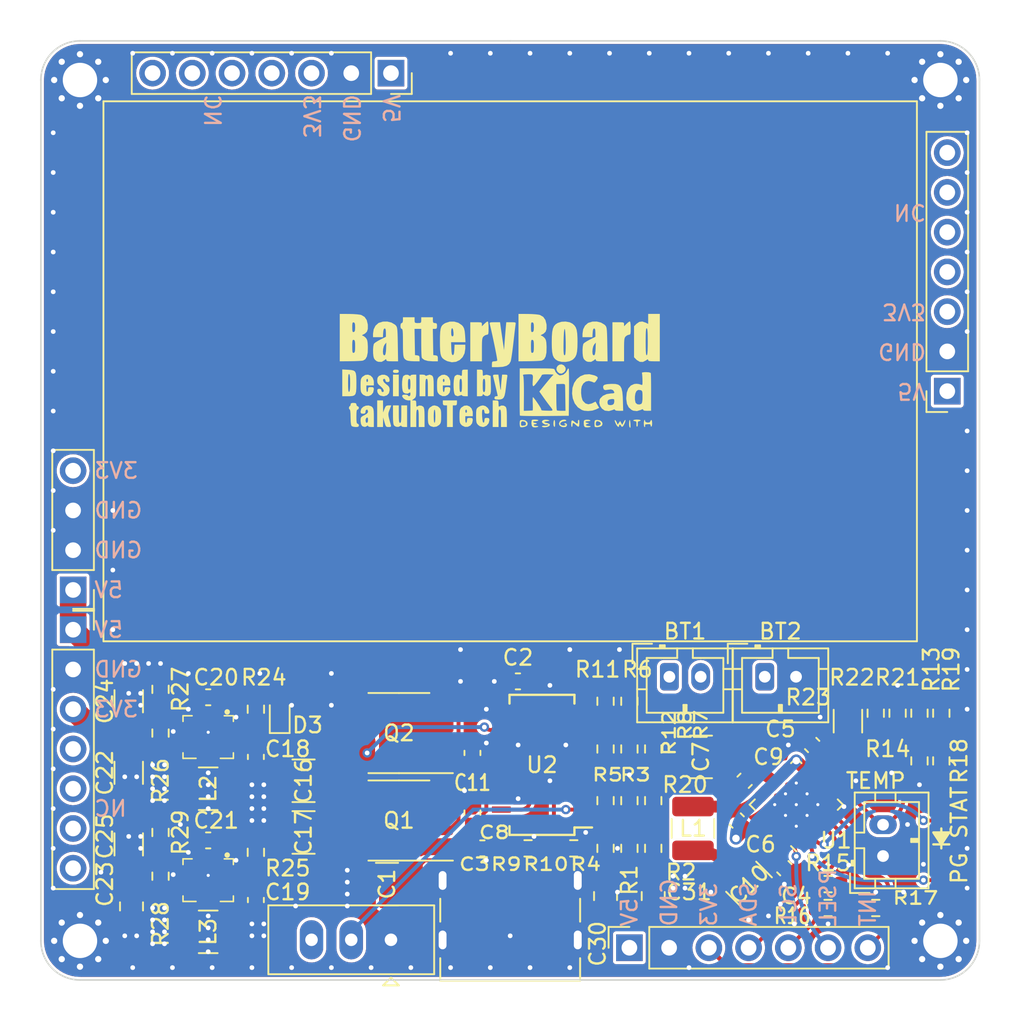
<source format=kicad_pcb>
(kicad_pcb (version 20211014) (generator pcbnew)
  (layers (0 "F.Cu" signal) (1 "In1.Cu" signal) (2 "In2.Cu" signal) (31 "B.Cu" signal) (34 "B.Paste" user) (35 "F.Paste" user) (36 "B.SilkS" user "B.Silkscreen") (37 "F.SilkS" user "F.Silkscreen") (38 "B.Mask" user) (39 "F.Mask" user) (44 "Edge.Cuts" user))
  (net 0 "")
  (net 1 "VBUS")
  (net 2 "GND")
  (net 3 "+5VREF")
  (net 4 "Net-(C6-Pad1)")
  (net 5 "SW")
  (net 6 "+BATT")
  (net 7 "/VS1")
  (net 8 "PMID")
  (net 9 "+5V")
  (net 10 "+3.3V")
  (net 11 "Net-(D1-Pad1)")
  (net 12 "Net-(D1-Pad2)")
  (net 13 "Net-(D2-Pad1)")
  (net 14 "Net-(D2-Pad2)")
  (net 15 "SDA")
  (net 16 "SCL")
  (net 17 "INT")
  (net 18 "PSEL")
  (net 19 "Net-(C9-Pad1)")
  (net 20 "/VS2")
  (net 21 "VDD")
  (net 22 "Net-(C20-Pad1)")
  (net 23 "TS")
  (net 28 "Net-(C21-Pad1)")
  (net 29 "Net-(BT1-Pad2)")
  (net 30 "MID")
  (net 31 "CBSET")
  (net 32 "CD")
  (net 33 "Net-(J1-PadA5)")
  (net 34 "Net-(J1-PadB5)")
  (net 43 "Net-(L2-Pad1)")
  (net 44 "Net-(L2-Pad2)")
  (net 45 "Net-(L3-Pad1)")
  (net 46 "Net-(L3-Pad2)")
  (net 47 "/G1")
  (net 48 "/G2")
  (net 49 "Net-(R1-Pad2)")
  (net 50 "Net-(R2-Pad2)")
  (net 51 "/UV1")
  (net 52 "/OV1")
  (net 53 "Net-(R11-Pad2)")
  (net 54 "Net-(R12-Pad2)")
  (net 55 "/UV2")
  (net 56 "/OV2")
  (net 57 "Net-(R20-Pad1)")
  (net 58 "Net-(R21-Pad2)")
  (net 59 "Net-(R24-Pad1)")
  (net 60 "Net-(R25-Pad1)")
  (net 61 "Net-(R26-Pad1)")
  (net 62 "Net-(R28-Pad1)")
  (net 65 "Net-(SW1-Pad2)")
  (net 66 "/VBUS_VALID")
  (net 67 "/VBAT_VALID")
  (footprint "Capacitor_SMD:C_0805_2012Metric" (layer "F.Cu") (at 125.7938 125.2984 -90)
    (fp_text reference "C23")
    (fp_text value "10μF35V X5R 2012")
  )
  (footprint "Resistor_SMD:R_0603_1608Metric" (layer "F.Cu") (at 127.648 123.368 -90)
    (fp_text reference "R28")
    (fp_text value "470k")
  )
  (footprint "Capacitor_SMD:C_0603_1608Metric" (layer "F.Cu") (at 133.744 124.892 -90)
    (fp_text reference "C19")
    (fp_text value "1u")
  )
  (footprint "Resistor_SMD:R_0603_1608Metric" (layer "F.Cu") (at 156.096 112.192 -90)
    (fp_text reference "R11")
    (fp_text value "R_Small")
  )
  (footprint "Capacitor_SMD:C_0603_1608Metric" (layer "F.Cu") (at 164.986 117.272 -135)
    (fp_text reference "C9")
    (fp_text value "47p")
  )
  (footprint "Capacitor_SMD:C_0805_2012Metric" (layer "F.Cu") (at 156.096 124.638 90)
    (fp_text reference "C30")
    (fp_text value "4.7μF50V X7S 2012")
  )
  (footprint "Resistor_SMD:R_0603_1608Metric" (layer "F.Cu") (at 127.648 120.574 -90)
    (fp_text reference "R29")
    (fp_text value "150k")
  )
  (footprint "Capacitor_SMD:C_1210_3225Metric" (layer "F.Cu") (at 136.792 117.272 180)
    (fp_text reference "C16")
    (fp_text value "47μF16V X6S 3225")
  )
  (footprint "Resistor_SMD:R_0603_1608Metric" (layer "F.Cu") (at 157.62 118.542 90)
    (fp_text reference "R3")
    (fp_text value "R_Small")
  )
  (footprint "Capacitor_SMD:C_0603_1608Metric" (layer "F.Cu") (at 148.222 121.59)
    (fp_text reference "C3")
    (fp_text value "0.1u")
  )
  (footprint "Resistor_SMD:R_0603_1608Metric" (layer "F.Cu") (at 154.064 121.59)
    (fp_text reference "R10")
    (fp_text value "5.1k")
  )
  (footprint "Package_SO:SOIC-8_3.9x4.9mm_P1.27mm" (layer "F.Cu") (at 142.888 114.224 180)
    (fp_text reference "Q2")
    (fp_text value "FDS4935A")
  )
  (footprint "Resistor_SMD:R_0603_1608Metric" (layer "F.Cu") (at 157.62 115.24 -90)
    (fp_text reference "R8")
    (fp_text value "R_Small")
  )
  (footprint "Capacitor_SMD:C_1210_3225Metric" (layer "F.Cu") (at 165.266983 123.902983 -45)
    (fp_text reference "C10")
    (fp_text value "10μF100V X7S 3225")
  )
  (footprint "Button_Switch_THT_extlib:NKK_SS-12SDP2" (layer "F.Cu") (at 139.84 127.432 180)
    (fp_text reference "SW1" hide)
    (fp_text value "SW_SPDT")
  )
  (footprint "Connector_JST:JST_PH_B2B-PH-K_1x02_P2.00mm_Vertical" (layer "F.Cu") (at 166.272 110.626)
    (fp_text reference "BT2")
    (fp_text value "BATT")
  )
  (footprint "Connector_PinSocket_2.54mm:PinSocket_1x07_P2.54mm_Vertical" (layer "F.Cu") (at 122.06 107.62)
    (fp_text reference "J5" hide)
    (fp_text value "Conn_01x07")
  )
  (footprint "Kicad_Akiyuki_Footprint:CUI_UJC-HP-3-SMT-TR" (layer "F.Cu") (at 150 123.641)
    (fp_text reference "J1" hide)
    (fp_text value "USB_C_Receptacle_USB2.0")
  )
  (footprint "Resistor_SMD:R_0603_1608Metric" (layer "F.Cu") (at 173.368 125.4 180)
    (fp_text reference "R17")
    (fp_text value "4.7k")
  )
  (footprint "Battery_extlib:DTP673450(PHR)" (layer "F.Cu") (at 150 91.11)
    (fp_text reference "REF**" hide)
    (fp_text value "DTP673450(PHR)")
  )
  (footprint "Capacitor_SMD:C_0603_1608Metric" (layer "F.Cu") (at 169.304 114.986 135)
    (fp_text reference "C5")
    (fp_text value "4.7u")
  )
  (footprint "MountingHole:MountingHole_2.2mm_M2_Pad_Via" (layer "F.Cu") (at 177.5 127.5)
    (fp_text reference "H4" hide)
    (fp_text value "MH")
  )
  (footprint "Resistor_SMD:R_0603_1608Metric" (layer "F.Cu") (at 159.144 121.59 90)
    (fp_text reference "R2")
    (fp_text value "R_Small")
  )
  (footprint "Capacitor_SMD:C_1206_3216Metric" (layer "F.Cu") (at 125.616 116.764 -90)
    (fp_text reference "C22")
    (fp_text value "100μF10V X5R 3216")
  )
  (footprint "Resistor_SMD:R_0603_1608Metric" (layer "F.Cu") (at 173.368 112.954 -90)
    (fp_text reference "R22")
    (fp_text value "330")
  )
  (footprint "Resistor_SMD:R_1206_3216Metric" (layer "F.Cu") (at 171.59 113.462 -90)
    (fp_text reference "R23")
    (fp_text value "10(3216)")
  )
  (footprint "LED_SMD:LED_0603_1608Metric" (layer "F.Cu") (at 177.559 122.86 90)
    (fp_text reference "D2" hide)
    (fp_text value "PWRGOOD")
  )
  (footprint "Resistor_SMD:R_0603_1608Metric" (layer "F.Cu") (at 159.144 118.542 90)
    (fp_text reference "R20")
    (fp_text value "240k")
  )
  (footprint "Capacitor_SMD:C_1206_3216Metric" (layer "F.Cu") (at 125.616 121.336 90)
    (fp_text reference "C25")
    (fp_text value "220μF4V X6S 3216")
  )
  (footprint "Module_SparkFun_Buck-Boost:VQFN-15-HR(3X2.5)" (layer "F.Cu") (at 130.696 123.622 -90)
    (fp_text reference "U4" hide)
    (fp_text value "TPS63070")
  )
  (footprint "Capacitor_SMD:C_0603_1608Metric" (layer "F.Cu") (at 133.744 115.748 -90)
    (fp_text reference "C18")
    (fp_text value "1u")
  )
  (footprint "Inductor_SMD:L_1210_3225Metric" (layer "F.Cu") (at 161.684 120.32 -90)
    (fp_text reference "L1")
    (fp_text value "1uH")
  )
  (footprint "Resistor_SMD:R_0603_1608Metric" (layer "F.Cu") (at 174.765 112.954 -90)
    (fp_text reference "R21")
    (fp_text value "374")
  )
  (footprint "Capacitor_SMD:C_1210_3225Metric" (layer "F.Cu") (at 142.126 123.876 180)
    (fp_text reference "C1")
    (fp_text value "10μF100V X7S 3225")
  )
  (footprint "Resistor_SMD:R_0603_1608Metric" (layer "F.Cu") (at 156.096 118.542 -90)
    (fp_text reference "R5")
    (fp_text value "R_Small")
  )
  (footprint "Resistor_SMD:R_0603_1608Metric" (layer "F.Cu") (at 157.62 112.192 -90)
    (fp_text reference "R6")
    (fp_text value "R_Small")
  )
  (footprint "Resistor_SMD:R_0603_1608Metric" (layer "F.Cu") (at 177.559 116.002 90)
    (fp_text reference "R18")
    (fp_text value "1k")
  )
  (footprint "Connector_JST:JST_PH_B2B-PH-K_1x02_P2.00mm_Vertical" (layer "F.Cu") (at 160.176 110.626)
    (fp_text reference "BT1")
    (fp_text value "BATT")
  )
  (footprint "Resistor_SMD:R_0603_1608Metric" (layer "F.Cu") (at 157.62 121.59 90)
    (fp_text reference "R1")
    (fp_text value "R_Small")
  )
  (footprint "Connector_PinSocket_2.54mm:PinSocket_1x07_P2.54mm_Vertical" (layer "F.Cu") (at 142.38 72.06 -90)
    (fp_text reference "J4" hide)
    (fp_text value "Conn_01x07")
  )
  (footprint "Resistor_SMD:R_0603_1608Metric" (layer "F.Cu") (at 177.559 112.954 -90)
    (fp_text reference "R19")
    (fp_text value "1k")
  )
  (footprint "LED_SMD:LED_0603_1608Metric" (layer "F.Cu") (at 177.559 119.05 90)
    (fp_text reference "D1" hide)
    (fp_text value "STAT")
  )
  (footprint "Resistor_SMD:R_0603_1608Metric" (layer "F.Cu") (at 176.162 112.954 90)
    (fp_text reference "R13")
    (fp_text value "5.11k")
  )
  (footprint "Connector_JST:JST_PH_B2B-PH-K_1x02_P2.00mm_Vertical" (layer "F.Cu") (at 173.834 122.082 90)
    (fp_text reference "J2" hide)
    (fp_text value "Thermistor")
  )
  (footprint "Connector_PinHeader_2.54mm:PinHeader_1x04_P2.54mm_Vertical" (layer "F.Cu") (at 122.06 105.08 180)
    (fp_text reference "J7" hide)
    (fp_text value "Power")
  )
  (footprint "Connector_PinSocket_2.54mm:PinSocket_1x07_P2.54mm_Vertical" (layer "F.Cu") (at 177.94 92.38 180)
    (fp_text reference "J6" hide)
    (fp_text value "Conn_01x07")
  )
  (footprint "Package_SO:SOIC-8_3.9x4.9mm_P1.27mm" (layer "F.Cu") (at 142.888 119.812 180)
    (fp_text reference "Q1")
    (fp_text value "FDS4935A")
  )
  (footprint "Connector_PinSocket_2.54mm:PinSocket_1x07_P2.54mm_Vertical" (layer "F.Cu") (at 157.62 127.94 90)
    (fp_text reference "J3" hide)
    (fp_text value "Conn_01x07")
  )
  (footprint "Resistor_SMD:R_0603_1608Metric" (layer "F.Cu") (at 127.648 114.224 -90)
    (fp_text reference "R26")
    (fp_text value "680k")
  )
  (footprint "MountingHole:MountingHole_2.2mm_M2_Pad_Via" (layer "F.Cu") (at 122.5 127.5)
    (fp_text reference "H3" hide)
    (fp_text value "MH")
  )
  (footprint "Inductor_SMD:L_1210_3225Metric" (layer "F.Cu") (at 130.696 117.78 180)
    (fp_text reference "L2")
    (fp_text value "1uH")
  )
  (footprint "LOGO:Logo_BatteryBoard" (layer "F.Cu") (at 150 91.11)
    (fp_text reference "G***" hide)
    (fp_text value "LOGO" hide)
  )
  (footprint "Capacitor_SMD:C_0603_1608Metric" (layer "F.Cu") (at 164.478 119.812 135)
    (fp_text reference "C6")
    (fp_text value "0.047u")
  )
  (footprint "Resistor_SMD:R_0603_1608Metric" (layer "F.Cu") (at 156.096 115.24 90)
    (fp_text reference "R12")
    (fp_text value "R_Small")
  )
  (footprint "Diode_SMD_extlib:ESDA13P70-1U1M" (layer "F.Cu") (at 135.268 113.081 90)
    (fp_text reference "D3")
    (fp_text value "ESDA13P70-1U1M")
  )
  (footprint "Resistor_SMD:R_0603_1608Metric" (layer "F.Cu") (at 170.32 125.4)
    (fp_text reference "R16")
    (fp_text value "4.7k")
  )
  (footprint "Capacitor_SMD:C_1210_3225Metric" (layer "F.Cu") (at 136.792 120.574 180)
    (fp_text reference "C17")
    (fp_text value "47μF16V X6S 3225")
  )
  (footprint "Inductor_SMD:L_1210_3225Metric" (layer "F.Cu") (at 130.696 126.924 180)
    (fp_text reference "L3")
    (fp_text value "1uH")
  )
  (footprint "Capacitor_SMD:C_0603_1608Metric" (layer "F.Cu") (at 150.495 110.922 180)
    (fp_text reference "C2")
    (fp_text value "0.1u")
  )
  (footprint "MountingHole:MountingHole_2.2mm_M2_Pad_Via" (layer "F.Cu") (at 122.5 72.5)
    (fp_text reference "H2" hide)
    (fp_text value "MH")
  )
  (footprint "Capacitor_SMD:C_1206_3216Metric" (layer "F.Cu") (at 125.616 112.192 90)
    (fp_text reference "C24")
    (fp_text value "100μF10V X5R 3216")
  )
  (footprint "Package_DFN_QFN:VQFN-24-1EP_4x4mm_P0.5mm_EP2.45x2.45mm_ThermalVias" (layer "F.Cu") (at 168.288 118.796 135)
    (fp_text reference "U1")
    (fp_text value "BQ25887RGER")
  )
  (footprint "Capacitor_SMD:C_0603_1608Metric" (layer "F.Cu") (at 147.587 115.494 90)
    (fp_text reference "C11")
    (fp_text value "0.1u")
  )
  (footprint "Capacitor_SMD:C_0805_2012Metric" (layer "F.Cu") (at 159.144 124.638 90)
    (fp_text reference "C31")
    (fp_text value "4.7μF50V X7S 2012")
  )
  (footprint "Module_SparkFun_Buck-Boost:VQFN-15-HR(3X2.5)" (layer "F.Cu") (at 130.696 114.478 -90)
    (fp_text reference "U3" hide)
    (fp_text value "TPS63070")
  )
  (footprint "Resistor_SMD:R_0603_1608Metric" (layer "F.Cu") (at 170.32 123.876)
    (fp_text reference "R15")
    (fp_text value "4.7k")
  )
  (footprint "Resistor_SMD:R_0603_1608Metric" (layer "F.Cu") (at 156.096 121.59 90)
    (fp_text reference "R4")
    (fp_text value "R_Small")
  )
  (footprint "Capacitor_SMD:C_1210_3225Metric" (layer "F.Cu") (at 162.192 115.748 180)
    (fp_text reference "C7")
    (fp_text value "10μF100V X7S 3225")
  )
  (footprint "Resistor_SMD:R_0603_1608Metric" (layer "F.Cu") (at 133.744 121.844 -90)
    (fp_text reference "R25")
    (fp_text value "10k")
  )
  (footprint "Capacitor_SMD:C_0603_1608Metric" (layer "F.Cu") (at 167.526 122.86 -45)
    (fp_text reference "C4")
    (fp_text value "1u")
  )
  (footprint "Capacitor_SMD:C_0603_1608Metric" (layer "F.Cu") (at 130.696 111.938 180)
    (fp_text reference "C20")
    (fp_text value "0.1u")
  )
  (footprint "MountingHole:MountingHole_2.2mm_M2_Pad_Via" (layer "F.Cu") (at 177.5 72.5)
    (fp_text reference "H1" hide)
    (fp_text value "MH")
  )
  (footprint "Resistor_SMD:R_0603_1608Metric" (layer "F.Cu") (at 151.143 121.59)
    (fp_text reference "R9")
    (fp_text value "5.1k")
  )
  (footprint "Resistor_SMD:R_0603_1608Metric" (layer "F.Cu") (at 133.744 112.7 -90)
    (fp_text reference "R24")
    (fp_text value "10k")
  )
  (footprint "Capacitor_SMD:C_0603_1608Metric" (layer "F.Cu") (at 130.696 121.082 180)
    (fp_text reference "C21")
    (fp_text value "0.1u")
  )
  (footprint "Capacitor_SMD:C_0603_1608Metric" (layer "F.Cu") (at 147.587 119.304 90)
    (fp_text reference "C8")
    (fp_text value "0.1u")
  )
  (footprint "Resistor_SMD:R_0603_1608Metric" (layer "F.Cu") (at 176.162 116.002 90)
    (fp_text reference "R14")
    (fp_text value "30k")
  )
  (footprint "Package_SO:SSOP-24_3.9x8.7mm_P0.635mm" (layer "F.Cu") (at 152.032 116.256 180)
    (fp_text reference "U2")
    (fp_text value "LTC4417CGN")
  )
  (footprint "Resistor_SMD:R_0603_1608Metric" (layer "F.Cu") (at 159.144 115.24 -90)
    (fp_text reference "R7")
    (fp_text value "R_Small")
  )
  (footprint "Resistor_SMD:R_0603_1608Metric" (layer "F.Cu") (at 127.648 111.43 -90)
    (fp_text reference "R27")
    (fp_text value "130k")
  )
  (gr_poly (pts (xy 177.559 121.336) (xy 177.051 120.574) (xy 178.067 120.574)) (layer "F.SilkS") (width 0.15) (fill solid))
  (gr_line (start 177.051 121.336) (end 178.067 121.336) (layer "F.SilkS") (width 0.15))
  (gr_line (start 177.559 120.32) (end 177.559 121.59) (layer "F.SilkS") (width 0.15))
  (gr_arc (start 122.5 130) (mid 120.732233 129.267767) (end 120 127.5) (layer "Edge.Cuts") (width 0.1))
  (gr_line (start 150 70) (end 122.5 70) (layer "Edge.Cuts") (width 0.1))
  (gr_arc (start 120 72.5) (mid 120.732233 70.732233) (end 122.5 70) (layer "Edge.Cuts") (width 0.1))
  (gr_arc (start 180 127.5) (mid 179.267767 129.267767) (end 177.5 130) (layer "Edge.Cuts") (width 0.1))
  (gr_line (start 122.5 130) (end 177.5 130) (layer "Edge.Cuts") (width 0.1))
  (gr_line (start 120 72.5) (end 120 127.5) (layer "Edge.Cuts") (width 0.1))
  (gr_arc (start 177.5 70) (mid 179.267767 70.732233) (end 180 72.5) (layer "Edge.Cuts") (width 0.1))
  (gr_line (start 180 127.5) (end 180 72.5) (layer "Edge.Cuts") (width 0.1))
  (gr_line (start 150 70) (end 177.5 70) (layer "Edge.Cuts") (width 0.1))
  (gr_text "INT" (at 172.86 126.67 90) (layer "B.SilkS") (effects (font (size 1 1)) (justify right mirror)))
  (gr_text "5V" (at 157.62 126.67 90) (layer "B.SilkS") (effects (font (size 1 1)) (justify right mirror)))
  (gr_text "GND" (at 123.33 110.16) (layer "B.SilkS") (effects (font (size 1 1)) (justify right mirror)))
  (gr_text "5V" (at 123.33 107.62) (layer "B.SilkS") (effects (font (size 1 1)) (justify right mirror)))
  (gr_text "GND" (at 176.67 89.84 180) (layer "B.SilkS") (effects (font (size 1 1)) (justify right mirror)))
  (gr_text "SDA" (at 165.24 126.67 90) (layer "B.SilkS") (effects (font (size 1 1)) (justify right mirror)))
  (gr_text "5V" (at 142.38 73.33 270) (layer "B.SilkS") (effects (font (size 1 1)) (justify right mirror)))
  (gr_text "PSEL" (at 170.32 126.67 90) (layer "B.SilkS") (effects (font (size 1 1)) (justify right mirror)))
  (gr_text "3V3" (at 123.33 97.46) (layer "B.SilkS") (effects (font (size 1 1)) (justify right mirror)))
  (gr_text "5V" (at 176.67 92.38 180) (layer "B.SilkS") (effects (font (size 1 1)) (justify right mirror)))
  (gr_text "3V3" (at 137.3 73.33 270) (layer "B.SilkS") (effects (font (size 1 1)) (justify right mirror)))
  (gr_text "3V3" (at 176.67 87.3 180) (layer "B.SilkS") (effects (font (size 1 1)) (justify right mirror)))
  (gr_text "GND" (at 123.33 100) (layer "B.SilkS") (effects (font (size 1 1)) (justify right mirror)))
  (gr_text "3V3" (at 162.7 126.67 90) (layer "B.SilkS") (effects (font (size 1 1)) (justify right mirror)))
  (gr_text "3V3" (at 123.33 112.7) (layer "B.SilkS") (effects (font (size 1 1)) (justify right mirror)))
  (gr_text "NC" (at 123.33 119.05) (layer "B.SilkS") (effects (font (size 1 1)) (justify right mirror)))
  (gr_text "NC" (at 130.95 73.33 270) (layer "B.SilkS") (effects (font (size 1 1)) (justify right mirror)))
  (gr_text "5V" (at 123.33 105.08) (layer "B.SilkS") (effects (font (size 1 1)) (justify right mirror)))
  (gr_text "SCL" (at 167.78 126.67 90) (layer "B.SilkS") (effects (font (size 1 1)) (justify right mirror)))
  (gr_text "NC" (at 176.67 80.95 180) (layer "B.SilkS") (effects (font (size 1 1)) (justify right mirror)))
  (gr_text "GND" (at 139.84 73.33 270) (layer "B.SilkS") (effects (font (size 1 1)) (justify right mirror)))
  (gr_text "GND" (at 123.33 102.54) (layer "B.SilkS") (effects (font (size 1 1)) (justify right mirror)))
  (gr_text "GND" (at 160.16 126.67 90) (layer "B.SilkS") (effects (font (size 1 1)) (justify right mirror)))
  (gr_text "PG" (at 178.702 122.86 90) (layer "F.SilkS") (effects (font (size 1 1))))
  (gr_text "STAT" (at 178.702 119.304 90) (layer "F.SilkS") (effects (font (size 1 1))))
  (gr_text "TEMP" (at 173.368 117.272) (layer "F.SilkS") (effects (font (size 1 1))))
  (segment (start 144.6 125.588) (end 156.096 125.588) (width 1.5) (layer "F.Cu") (net 1))
  (segment (start 166.977992 122.311992) (end 166.977992 121.166668) (width 0.35) (layer "F.Cu") (net 1))
  (segment (start 148.48 123.641) (end 148.48 125.588) (width 0.8) (layer "F.Cu") (net 1))
  (segment (start 147.447 121.603) (end 146.698 122.352) (width 0.25) (layer "F.Cu") (net 1))
  (segment (start 147.46 121.59) (end 148.476 120.574) (width 0.25) (layer "F.Cu") (net 1))
  (segment (start 166.977992 122.311992) (end 163.701984 125.588) (width 1) (layer "F.Cu") (net 1))
  (segment (start 143.601 123.876) (end 143.601 124.589) (width 1.5) (layer "F.Cu") (net 1))
  (segment (start 148.476 120.574) (end 149.111 120.574) (width 0.25) (layer "F.Cu") (net 1))
  (segment (start 147.447 121.59) (end 147.46 121.59) (width 0.25) (layer "F.Cu") (net 1))
  (segment (start 146.698 122.352) (end 144.539 122.352) (width 0.25) (layer "F.Cu") (net 1))
  (segment (start 143.601 124.589) (end 144.6 125.588) (width 1.5) (layer "F.Cu") (net 1))
  (segment (start 149.432 120.253) (end 149.432 119.7485) (width 0.25) (layer "F.Cu") (net 1))
  (segment (start 166.977992 121.166668) (end 167.572625 120.572035) (width 0.35) (layer "F.Cu") (net 1))
  (segment (start 144.539 122.352) (end 143.601 123.29) (width 0.25) (layer "F.Cu") (net 1))
  (segment (start 157.432 125.588) (end 156.096 125.588) (width 1) (layer "F.Cu") (net 1))
  (segment (start 163.701984 125.588) (end 157.432 125.588) (width 1) (layer "F.Cu") (net 1))
  (segment (start 143.601 123.29) (end 143.601 123.876) (width 0.25) (layer "F.Cu") (net 1))
  (segment (start 147.447 121.59) (end 147.447 121.603) (width 0.25) (layer "F.Cu") (net 1))
  (segment (start 149.111 120.574) (end 149.432 120.253) (width 0.25) (layer "F.Cu") (net 1))
  (segment (start 151.52 123.641) (end 151.52 125.588) (width 0.8) (layer "F.Cu") (net 1))
  (segment (start 157.62 122.415) (end 157.62 125.588) (width 0.25) (layer "F.Cu") (net 1))
  (segment (start 130.696 124.222) (end 130.696 125.908) (width 0.35) (layer "F.Cu") (net 2))
  (segment (start 130.696 115.078) (end 130.696 116.764) (width 0.35) (layer "F.Cu") (net 2))
  (via (at 146.19 129.21) (size 0.6) (drill 0.3) (layers "F.Cu" "B.Cu") (net 2))
  (via (at 127.14 126.924) (size 0.6) (drill 0.3) (layers "F.Cu" "B.Cu") (net 2))
  (via (at 148.476 114.859) (size 0.6) (drill 0.3) (layers "F.Cu" "B.Cu") (net 2))
  (via (at 139.586 125.273) (size 0.6) (drill 0.3) (layers "F.Cu" "B.Cu") (net 2))
  (via (at 176.162 117.526) (size 0.6) (drill 0.3) (layers "F.Cu" "B.Cu") (net 2))
  (via (at 134.252 118.288) (size 0.6) (drill 0.3) (layers "F.Cu" "B.Cu") (net 2))
  (via (at 126.378 112.446) (size 0.6) (drill 0.3) (layers "F.Cu" "B.Cu") (net 2))
  (via (at 125.87 70.79) (size 0.6) (drill 0.3) (layers "F.Cu" "B.Cu") (net 2))
  (via (at 167.526 123.876) (size 0.6) (drill 0.3) (layers "F.Cu" "B.Cu") (net 2))
  (via (at 124.6 107.62) (size 0.6) (drill 0.3) (layers "F.Cu" "B.Cu") (net 2))
  (via (at 174.13 70.79) (size 0.6) (drill 0.3) (layers "F.Cu" "B.Cu") (net 2))
  (via (at 120.79 78.41) (size 0.6) (drill 0.3) (layers "F.Cu" "B.Cu") (net 2))
  (via (at 126.124 117.018) (size 0.6) (drill 0.3) (layers "F.Cu" "B.Cu") (net 2))
  (via (at 179.21 112.7) (size 0.6) (drill 0.3) (layers "F.Cu" "B.Cu") (net 2))
  (via (at 152.54 117.272) (size 0.6) (drill 0.3) (layers "F.Cu" "B.Cu") (net 2))
  (via (at 130.696 118.288) (size 0.6) (drill 0.3) (layers "F.Cu" "B.Cu") (net 2))
  (via (at 127.902 127.686) (size 0.6) (drill 0.3) (layers "F.Cu" "B.Cu") (net 2))
  (via (at 132.474 113.208) (size 0.6) (drill 0.3) (layers "F.Cu" "B.Cu") (net 2))
  (via (at 152.54 111.176) (size 0.6) (drill 0.3) (layers "F.Cu" "B.Cu") (net 2))
  (via (at 129.426 112.7) (size 0.6) (drill 0.3) (layers "F.Cu" "B.Cu") (net 2))
  (via (at 125.362 117.018) (size 0.6) (drill 0.3) (layers "F.Cu" "B.Cu") (net 2))
  (via (at 129.426 110.414) (size 0.6) (drill 0.3) (layers "F.Cu" "B.Cu") (net 2))
  (via (at 153.81 129.21) (size 0.6) (drill 0.3) (layers "F.Cu" "B.Cu") (net 2))
  (via (at 151.524 120.828) (size 0.6) (drill 0.3) (layers "F.Cu" "B.Cu") (net 2))
  (via (at 127.902 116.256) (size 0.6) (drill 0.3) (layers "F.Cu" "B.Cu") (net 2))
  (via (at 156.985 108.89) (size 0.6) (drill 0.3) (layers "F.Cu" "B.Cu") (net 2))
  (via (at 127.902 126.924) (size 0.6) (drill 0.3) (layers "F.Cu" "B.Cu") (net 2))
  (via (at 157.62 116.891) (size 0.6) (drill 0.3) (layers "F.Cu" "B.Cu") (net 2))
  (via (at 138.57 110.414) (size 0.6) (drill 0.3) (layers "F.Cu" "B.Cu") (net 2))
  (via (at 143.65 129.21) (size 0.6) (drill 0.3) (layers "F.Cu" "B.Cu") (net 2))
  (via (at 127.14 116.256) (size 0.6) (drill 0.3) (layers "F.Cu" "B.Cu") (net 2))
  (via (at 120.79 88.57) (size 0.6) (drill 0.3) (layers "F.Cu" "B.Cu") (net 2))
  (via (at 130.696 128.194) (size 0.6) (drill 0.3) (layers "F.Cu" "B.Cu") (net 2))
  (via (at 134.252 119.05) (size 0.6) (drill 0.3) (layers "F.Cu" "B.Cu") (net 2))
  (via (at 130.696 117.526) (size 0.6) (drill 0.3) (layers "F.Cu" "B.Cu") (net 2))
  (via (at 165.24 126.162) (size 0.6) (drill 0.3) (layers "F.Cu" "B.Cu") (net 2))
  (via (at 134.252 127.178) (size 0.6) (drill 0.3) (layers "F.Cu" "B.Cu") (net 2))
  (via (at 147.079 117.907) (size 0.6) (drill 0.3) (layers "F.Cu" "B.Cu") (net 2))
  (via (at 170.32 126.416) (size 0.6) (drill 0.3) (layers "F.Cu" "B.Cu") (net 2))
  (via (at 126.378 121.59) (size 0.6) (drill 0.3) (layers "F.Cu" "B.Cu") (net 2))
  (via (at 148.476 112.7) (size 0.6) (drill 0.3) (layers "F.Cu" "B.Cu") (net 2))
  (via (at 179.21 78.41) (size 0.6) (drill 0.3) (layers "F.Cu" "B.Cu") (net 2))
  (via (at 167.78 114.986) (size 0.6) (drill 0.3) (layers "F.Cu" "B.Cu") (net 2))
  (via (at 127.14 127.686) (size 0.6) (drill 0.3) (layers "F.Cu" "B.Cu") (net 2))
  (via (at 179.21 88.57) (size 0.6) (drill 0.3) (layers "F.Cu" "B.Cu") (net 2))
  (via (at 127.14 126.162) (size 0.6) (drill 0.3) (layers "F.Cu" "B.Cu") (net 2))
  (via (at 127.902 126.162) (size 0.6) (drill 0.3) (layers "F.Cu" "B.Cu") (net 2))
  (via (at 176.416 122.606) (size 0.6) (drill 0.3) (layers "F.Cu" "B.Cu") (net 2))
  (via (at 153.556 114.986) (size 0.6) (drill 0.3) (layers "F.Cu" "B.Cu") (net 2))
  (via (at 160.414 123.368) (size 0.6) (drill 0.3) (layers "F.Cu" "B.Cu") (net 2))
  (via (at 163.97 70.79) (size 0.6) (drill 0.3) (layers "F.Cu" "B.Cu") (net 2))
  (via (at 125.362 109.779) (size 0.6) (drill 0.3) (layers "F.Cu" "B.Cu") (net 2))
  (via (at 120.79 116.51) (size 0.6) (drill 0.3) (layers "F.Cu" "B.Cu") (net 2))
  (via (at 150.508 114.986) (size 0.6) (drill 0.3) (layers "F.Cu" "B.Cu") (net 2))
  (via (at 127.902 118.542) (size 0.6) (drill 0.3) (layers "F.Cu" "B.Cu") (net 2))
  (via (at 125.87 129.21) (size 0.6) (drill 0.3) (layers "F.Cu" "B.Cu") (net 2))
  (via (at 136.284 125.273) (size 0.6) (drill 0.3) (layers "F.Cu" "B.Cu") (net 2))
  (via (at 179.21 97.46) (size 0.6) (drill 0.3) (layers "F.Cu" "B.Cu") (net 2))
  (via (at 166.51 125.908) (size 0.6) (drill 0.3) (layers "F.Cu" "B.Cu") (net 2))
  (via (at 171.6408 122.6568) (size 0.6) (drill 0.3) (layers "F.Cu" "B.Cu") (net 2))
  (via (at 126.886 109.779) (size 0.6) (drill 0.3) (layers "F.Cu" "B.Cu") (net 2))
  (via (at 179.21 110.16) (size 0.6) (drill 0.3) (layers "F.Cu" "B.Cu") (net 2))
  (via (at 136.03 112.446) (size 0.6) (drill 0.3) (layers "F.Cu" "B.Cu") (net 2))
  (via (at 125.616 120.828) (size 0.6) (drill 0.3) (layers "F.Cu" "B.Cu") (net 2))
  (via (at 139.586 124.511) (size 0.6) (drill 0.3) (layers "F.Cu" "B.Cu") (net 2))
  (via (at 148.984 110.922) (size 0.6) (drill 0.3) (layers "F.Cu" "B.Cu") (net 2))
  (via (at 148.73 129.21) (size 0.6) (drill 0.3) (layers "F.Cu" "B.Cu") (net 2))
  (via (at 120.79 83.49) (size 0.6) (drill 0.3) (layers "F.Cu" "B.Cu") (net 2))
  (via (at 169.812 113.208) (size 0.6) (drill 0.3) (layers "F.Cu" "B.Cu") (net 2))
  (via (at 161.43 129.21) (size 0.6) (drill 0.3) (layers "F.Cu" "B.Cu") (net 2))
  (via (at 124.6 103.81) (size 0.6) (drill 0.3) (layers "F.Cu" "B.Cu") (net 2))
  (via (at 134.252 126.416) (size 0.6) (drill 0.3) (layers "F.Cu" "B.Cu") (net 2))
  (via (at 146.825 108.89) (size 0.6) (drill 0.3) (layers "F.Cu" "B.Cu") (net 2))
  (via (at 120.79 75.87) (size 0.6) (drill 0.3) (layers "F.Cu" "B.Cu") (net 2))
  (via (at 126.378 120.828) (size 0.6) (drill 0.3) (layers "F.Cu" "B.Cu") (net 2))
  (via (at 120.79 101.27) (size 0.6) (drill 0.3) (layers "F.Cu" "B.Cu") (net 2))
  (via (at 173.368 124.384) (size 0.6) (drill 0.3) (layers "F.Cu" "B.Cu") (net 2))
  (via (at 130.95 129.21) (size 0.6) (drill 0.3) (layers "F.Cu" "B.Cu") (net 2))
  (via (at 120.79 96.19) (size 0.6) (drill 0.3) (layers "F.Cu" "B.Cu") (net 2))
  (via (at 128.4608 123.2664) (size 0.6) (drill 0.3) (layers "F.Cu" "B.Cu") (net 2))
  (via (at 153.81 108.89) (size 0.6) (drill 0.3) (layers "F.Cu" "B.Cu") (net 2))
  (via (at 123.838 123.114) (size 0.6) (drill 0.3) (layers "F.Cu" "B.Cu") (net 2))
  (via (at 179.21 94.92) (size 0.6) (drill 0.3) (layers "F.Cu" "B.Cu") (net 2))
  (via (at 169.05 70.79) (size 0.6) (drill 0.3) (layers "F.Cu" "B.Cu") (net 2))
  (via (at 150.508 118.415) (size 0.6) (drill 0.3) (layers "F.Cu" "B.Cu") (net 2))
  (via (at 151.27 129.21) (size 0.6) (drill 0.3) (layers "F.Cu" "B.Cu") (net 2))
  (via (at 179.21 102.54) (size 0.6) (drill 0.3) (layers "F.Cu" "B.Cu") (net 2))
  (via (at 138.57 129.21) (size 0.6) (drill 0.3) (layers "F.Cu" "B.Cu") (net 2))
  (via (at 130.95 70.79) (size 0.6) (drill 0.3) (layers "F.Cu" "B.Cu") (net 2))
  (via (at 126.124 127.178) (size 0.6) (drill 0.3) (layers "F.Cu" "B.Cu") (net 2))
  (via (at 130.696 119.05) (size 0.6) (drill 0.3) (layers "F.Cu" "B.Cu") (net 2))
  (via (at 172.098 117.272) (size 0.6) (drill 0.3) (layers "F.Cu" "B.Cu") (net 2))
  (via (at 120.79 124.13) (size 0.6) (drill 0.3) (layers "F.Cu" "B.Cu") (net 2))
  (via (at 161.43 70.79) (size 0.6) (drill 0.3) (layers "F.Cu" "B.Cu") (net 2))
  (via (at 156.858 121.59) (size 0.6) (drill 0.3) (layers "F.Cu" "B.Cu") (net 2))
  (via (at 130.696 123.3172) (size 0.5) (drill 0.2) (layers "F.Cu" "B.Cu") (net 2))
  (via (at 130.696 127.432) (size 0.6) (drill 0.3) (layers "F.Cu" "B.Cu") (net 2))
  (via (at 179.21 86.03) (size 0.6) (drill 0.3) (layers "F.Cu" "B.Cu") (net 2))
  (via (at 166.51 70.79) (size 0.6) (drill 0.3) (layers "F.Cu" "B.Cu") (net 2))
  (via (at 133.49 119.05) (size 0.6) (drill 0.3) (layers "F.Cu" "B.Cu") (net 2))
  (via (at 128.918 120.066) (size 0.6) (drill 0.3) (layers "F.Cu" "B.Cu") (net 2))
  (via (at 158.89 70.79) (size 0.6) (drill 0.3) (layers "F.Cu" "B.Cu") (net 2))
  (via (at 127.14 118.542) (size 0.6) (drill 0.3) (layers "F.Cu" "B.Cu") (net 2))
  (via (at 139.586 122.987) (size 0.6) (drill 0.3) (layers "F.Cu" "B.Cu") (net 2))
  (via (at 127.902 117.78) (size 0.6) (drill 0.3) (layers "F.Cu" "B.Cu") (net 2))
  (via (at 130.696 116.764) (size 0.6) (drill 0.3) (layers "F.Cu" "B.Cu") (net 2))
  (via (at 120.79 80.95) (size 0.6) (drill 0.3) (layers "F.Cu" "B.Cu") (net 2))
  (via (at 174.13 129.21) (size 0.6) (drill 0.3) (layers "F.Cu" "B.Cu") (net 2))
  (via (at 179.21 100) (size 0.6) (drill 0.3) (layers "F.Cu" "B.Cu") (net 2))
  (via (at 127.14 117.78) (size 0.6) (drill 0.3) (layers "F.Cu" "B.Cu") (net 2))
  (via (at 179.21 75.87) (size 0.6) (drill 0.3) (layers "F.Cu" "B.Cu") (net 2))
  (via (at 130.696 125.908) (size 0.6) (drill 0.3) (layers "F.Cu" "B.Cu") (net 2))
  (via (at 171.336 118.923) (size 0.6) (drill 0.3) (layers "F.Cu" "B.Cu") (net 2))
  (via (at 127.14 117.018) (size 0.6) (drill 0.3) (layers "F.Cu" "B.Cu") (net 2))
  (via (at 179.21 121.59) (size 0.6) (drill 0.3) (layers "F.Cu" "B.Cu") (net 2))
  (via (at 179.21 105.08) (size 0.6) (drill 0.3) (layers "F.Cu" "B.Cu") (net 2))
  (via (at 133.49 126.416) (size 0.6) (drill 0.3) (layers "F.Cu" "B.Cu") (net 2))
  (via (at 146.19 70.79) (size 0.6) (drill 0.3) (layers "F.Cu" "B.Cu") (net 2))
  (via (at 128.41 129.21) (size 0.6) (drill 0.3) (layers "F.Cu" "B.Cu") (net 2))
  (via (at 125.616 111.684) (size 0.6) (drill 0.3) (layers "F.Cu" "B.Cu") (net 2))
  (via (at 132.474 122.352) (size 0.6) (drill 0.3) (layers "F.Cu" "B.Cu") (net 2))
  (via (at 133.49 119.812) (size 0.6) (drill 0.3) (layers "F.Cu" "B.Cu") (net 2))
  (via (at 124.6 100) (size 0.6) (drill 0.3) (layers "F.Cu" "B.Cu") (net 2))
  (via (at 160.414 124.13) (size 0.6) (drill 0.3) (layers "F.Cu" "B.Cu") (net 2))
  (via (at 138.57 112.446) (size 0.6) (drill 0.3) (layers "F.Cu" "B.Cu") (net 2))
  (via (at 134.252 117.526) (size 0.6) (drill 0.3) (layers "F.Cu" "B.Cu") (net 2))
  (via (at 150 127.178) (size 0.6) (drill 0.3) (layers "F.Cu" "B.Cu") (net 2))
  (via (at 175.146 124.384) (size 0.6) (drill 0.3) (layers "F.Cu" "B.Cu") (net 2))
  (via (at 130.696 126.67) (size 0.6) (drill 0.3) (layers "F.Cu" "B.Cu") (net 2))
  (via (at 136.03 129.21) (size 0.6) (drill 0.3) (layers "F.Cu" "B.Cu") (net 2))
  (via (at 146.825 110.922) (size 0.6) (drill 0.3) (layers "F.Cu" "B.Cu") (net 2))
  (via (at 127.648 109.779) (size 0.6) (drill 0.3) (layers "F.Cu" "B.Cu") (net 2))
  (via (at 179.21 124.13) (size 0.6) (drill 0.3) (layers "F.Cu" "B.Cu") (net 2))
  (via (at 156.35 70.79) (size 0.6) (drill 0.3) (layers "F.Cu" "B.Cu") (net 2))
  (via (at 133.49 129.21) (size 0.6) (drill 0.3) (layers "F.Cu" "B.Cu") (net 2))
  (via (at 133.49 127.178) (size 0.6) (drill 0.3) (layers "F.Cu" "B.Cu") (net 2))
  (via (at 133.998 110.414) (size 0.6) (drill 0.3) (layers "F.Cu" "B.Cu") (net 2))
  (via (at 139.586 123.749) (size 0.6) (drill 0.3) (layers "F.Cu" "B.Cu") (net 2))
  (via (at 153.81 70.79) (size 0.6) (drill 0.3) (layers "F.Cu" "B.Cu") (net 2))
  (via (at 134.252 119.812) (size 0.6) (drill 0.3) (layers "F.Cu" "B.Cu") (net 2))
  (via (at 129.426 121.844) (size 0.6) (drill 0.3) (layers "F.Cu" "B.Cu") (net 2))
  (via (at 148.73 70.79) (size 0.6) (drill 0.3) (layers "F.Cu" "B.Cu") (net 2))
  (via (at 151.27 70.79) (size 0.6) (drill 0.3) (layers "F.Cu" "B.Cu") (net 2))
  (via (at 120.79 98.73) (size 0.6) (drill 0.3) (layers "F.Cu" "B.Cu") (net 2))
  (via (at 179.21 80.95) (size 0.6) (drill 0.3) (layers "F.Cu" "B.Cu") (net 2))
  (via (at 133.49 118.288) (size 0.6) (drill 0.3) (layers "F.Cu" "B.Cu") (net 2))
  (via (at 126.378 111.684) (size 0.6) (drill 0.3) (layers "F.Cu" "B.Cu") (net 2))
  (via (at 156.858 124.384) (size 0.6) (drill 0.3) (layers "F.Cu" "B.Cu") (net 2))
  (via (at 120.79 119.05) (size 0.6) (drill 0.3) (layers "F.Cu" "B.Cu") (net 2))
  (via (at 133.49 70.79) (size 0.6) (drill 0.3) (layers "F.Cu" "B.Cu") (net 2))
  (via (at 179.21 107.62) (size 0.6) (drill 0.3) (layers "F.Cu" "B.Cu") (net 2))
  (via (at 148.476 122.352) (size 0.6) (drill 0.3) (layers "F.Cu" "B.Cu") (net 2))
  (via (at 126.124 109.779) (size 0.6) (drill 0.3) (layers "F.Cu" "B.Cu") (net 2))
  (via (at 133.49 117.526) (size 0.6) (drill 0.3) (layers "F.Cu" "B.Cu") (net 2))
  (via (at 120.79 121.59) (size 0.6) (drill 0.3) (layers "F.Cu" "B.Cu") (net 2))
  (via (at 120.79 91.11) (size 0.6) (drill 0.3) (layers "F.Cu" "B.Cu") (net 2))
  (via (at 174.384 116.764) (size 0.6) (drill 0.3) (layers "F.Cu" "B.Cu") (net 2))
  (via (at 162.827 124.384) (size 0.6) (drill 0.3) (layers "F.Cu" "B.Cu") (net 2))
  (via (at 120.79 93.65) (size 0.6) (drill 0.3) (layers "F.Cu" "B.Cu") (net 2))
  (via (at 128.4608 114.1224) (size 0.6) (drill 0.3) (layers "F.Cu" "B.Cu") (net 2))
  (via (at 127.14 125.4) (size 0.6) (drill 0.3) (layers "F.Cu" "B.Cu") (net 2))
  (via (at 168.161 126.416) (size 0.6) (drill 0.3) (layers "F.Cu" "B.Cu") (net 2))
  (via (at 128.41 70.79) (size 0.6) (drill 0.3) (layers "F.Cu" "B.Cu") (net 2))
  (via (at 125.362 127.178) (size 0.6) (drill 0.3) (layers "F.Cu" "B.Cu") (net 2))
  (via (at 167.272 125.146) (size 0.6) (drill 0.3) (layers "F.Cu" "B.Cu") (net 2))
  (via (at 138.57 70.79) (size 0.6) (drill 0.3) (layers "F.Cu" "B.Cu") (net 2))
  (via (at 161.176 124.13) (size 0.6) (drill 0.3) (layers "F.Cu" "B.Cu") (net 2))
  (via (at 174.765 111.176) (size 0.6) (drill 0.3) (layers "F.Cu" "B.Cu") (net 2))
  (via (at 141.11 129.21) (size 0.6) (drill 0.3) (layers "F.Cu" "B.Cu") (net 2))
  (via (at 161.176 123.368) (size 0.6) (drill 0.3) (layers "F.Cu" "B.Cu") (net 2))
  (via (at 120.79 113.97) (size 0.6) (drill 0.3) (layers "F.Cu" "B.Cu") (net 2))
  (via (at 120.79 111.43) (size 0.6) (drill 0.3) (layers "F.Cu" "B.Cu") (net 2))
  (via (at 136.03 70.79) (size 0.6) (drill 0.3) (layers "F.Cu" "B.Cu") (net 2))
  (via (at 127.902 117.018) (size 0.6) (drill 0.3) (layers "F.Cu" "B.Cu") (net 2))
  (via (at 127.902 125.4) (size 0.6) (drill 0.3) (layers "F.Cu" "B.Cu") (net 2))
  (via (at 120.79 86.03) (size 0.6) (drill 0.3) (layers "F.Cu" "B.Cu") (net 2))
  (via (at 154.826 120.574) (size 0.6) (drill 0.3) (layers "F.Cu" "B.Cu") (net 2))
  (via (at 130.696 114.1732) (size 0.5) (drill 0.2) (layers "F.Cu" "B.Cu") (net 2))
  (via (at 175.4 120.066) (size 0.6) (drill 0.3) (layers "F.Cu" "B.Cu") (net 2))
  (via (at 179.21 83.49) (size 0.6) (drill 0.3) (layers "F.Cu" "B.Cu") (net 2))
  (via (at 171.59 70.79) (size 0.6) (drill 0.3) (layers "F.Cu" "B.Cu") (net 2))
  (segment (start 169.163045 116.860295) (end 169.401351 116.621989) (width 0.25) (layer "F.Cu") (net 3))
  (segment (start 175.019 112.954) (end 172.432016 112.954) (width 0.25) (layer "F.Cu") (net 3))
  (segment (start 176.162 112.149462) (end 175.596791 112.714671) (width 0.25) (layer "F.Cu") (net 3))
  (segment (start 176.162 112.129) (end 176.162 112.149462) (width 0.25) (layer "F.Cu") (net 3))
  (segment (start 177.559 113.779) (end 177.559 115.177) (width 0.25) (layer "F.Cu") (net 3))
  (segment (start 176.162 112.129) (end 177.559 113.779) (width 0.25) (layer "F.Cu") (net 3))
  (arc (start 169.401351 116.621989) (mid 169.734886 116.122819) (end 169.852008 115.534008) (width 0.25) (layer "F.Cu") (net 3))
  (arc (start 175.596791 112.714671) (mid 175.331698 112.891801) (end 175.019 112.954) (width 0.25) (layer "F.Cu") (net 3))
  (arc (start 172.432016 112.954) (mid 170.607675 113.709667) (end 169.852008 115.534008) (width 0.25) (layer "F.Cu") (net 3))
  (segment (start 168.623876 116.321126) (end 168.288 115.98525) (width 0.775) (layer "F.Cu") (net 4))
  (segment (start 165.026008 120.360008) (end 164.431016 120.955) (width 0.775) (layer "F.Cu") (net 4))
  (via (at 164.431016 120.955) (size 0.775) (drill 0.475) (layers "F.Cu" "B.Cu") (net 4))
  (via (at 168.288 115.98525) (size 0.775) (drill 0.475) (layers "F.Cu" "B.Cu") (net 4))
  (segment (start 165.21786 119.055389) (end 168.288 115.98525) (width 0.775) (layer "B.Cu") (net 4))
  (arc (start 164.431016 120.955) (mid 164.63551 119.926938) (end 165.21786 119.055389) (width 0.775) (layer "B.Cu") (net 4))
  (segment (start 161.684 118.92) (end 163.099522 118.92) (width 0.75) (layer "F.Cu") (net 5))
  (segment (start 166.175518 118.097732) (end 165.772415 118.500835) (width 0.75) (layer "F.Cu") (net 5))
  (arc (start 165.772415 118.500835) (mid 164.927104 119.065654) (end 163.929992 119.263992) (width 0.75) (layer "F.Cu") (net 5))
  (arc (start 163.099522 118.92) (mid 163.548969 119.009401) (end 163.929992 119.263992) (width 0.75) (layer "F.Cu") (net 5))
  (segment (start 149.432 119.1135) (end 150.6985 119.1135) (width 0.25) (layer "F.Cu") (net 6))
  (segment (start 156.413 110.16) (end 157.62 111.367) (width 0.25) (layer "F.Cu") (net 6))
  (segment (start 152.032 110.16) (end 156.413 110.16) (width 0.25) (layer "F.Cu") (net 6))
  (segment (start 151.27 118.542) (end 151.27 110.922) (width 0.25) (layer "F.Cu") (net 6))
  (segment (start 150.254 109.906) (end 143.392 109.906) (width 0.25) (layer "F.Cu") (net 6))
  (segment (start 151.27 110.922) (end 150.254 109.906) (width 0.25) (layer "F.Cu") (net 6))
  (segment (start 143.392 109.906) (end 142.888 110.41) (width 0.25) (layer "F.Cu") (net 6))
  (segment (start 151.27 110.922) (end 152.032 110.16) (width 0.25) (layer "F.Cu") (net 6))
  (arc (start 150.6985 119.1135) (mid 151.102612 118.946112) (end 151.27 118.542) (width 0.25) (layer "F.Cu") (net 6))
  (segment (start 147.574 120.079) (end 147.587 120.079) (width 0.25) (layer "F.Cu") (net 7))
  (segment (start 148.476 119.19) (end 147.587 120.079) (width 0.25) (layer "F.Cu") (net 7))
  (segment (start 148.6665 117.8435) (end 148.476 118.034) (width 0.25) (layer "F.Cu") (net 7))
  (segment (start 149.432 117.8435) (end 148.6665 117.8435) (width 0.25) (layer "F.Cu") (net 7))
  (segment (start 145.936 121.717) (end 147.574 120.079) (width 0.25) (layer "F.Cu") (net 7))
  (segment (start 145.363 121.717) (end 145.936 121.717) (width 0.25) (layer "F.Cu") (net 7))
  (segment (start 148.476 118.034) (end 148.476 119.19) (width 0.25) (layer "F.Cu") (net 7))
  (segment (start 164.224 122.86) (end 164.07395 122.70995) (width 0.75) (layer "F.Cu") (net 8))
  (segment (start 166.882625 120.201375) (end 164.224 122.86) (width 0.75) (layer "F.Cu") (net 8))
  (arc (start 164.07395 122.70995) (mid 162.977432 121.977279) (end 161.684 121.72) (width 0.75) (layer "F.Cu") (net 8))
  (segment (start 123.33 108.89) (end 122.06 107.62) (width 1.4) (layer "F.Cu") (net 9))
  (segment (start 125.856 115.049) (end 125.616 115.289) (width 0.8) (layer "F.Cu") (net 9))
  (segment (start 123.838 111.889) (end 123.838 110.11642) (width 1.4) (layer "F.Cu") (net 9))
  (segment (start 127.648 115.049) (end 125.856 115.049) (width 0.8) (layer "F.Cu") (net 9))
  (segment (start 127.648 115.049) (end 129.24 115.049) (width 0.8) (layer "F.Cu") (net 9))
  (segment (start 125.616 113.994) (end 125.616 114.962) (width 1.8) (layer "F.Cu") (net 9))
  (segment (start 122.06 105.08) (end 122.06 107.62) (width 1.7) (layer "F.Cu") (net 9))
  (segment (start 125.616 113.667) (end 123.838 111.889) (width 1.4) (layer "F.Cu") (net 9))
  (arc (start 123.838 110.11642) (mid 123.705975 109.452686) (end 123.33 108.89) (width 1.4) (layer "F.Cu") (net 9))
  (segment (start 123.838 114.478) (end 123.838 121.033) (width 1.4) (layer "F.Cu") (net 10))
  (segment (start 171.59 126.67) (end 171.145 126.225) (width 0.3) (layer "F.Cu") (net 10))
  (segment (start 127.648 124.193) (end 125.9492 124.193) (width 0.8) (layer "F.Cu") (net 10))
  (segment (start 171.59 128.448) (end 171.59 126.67) (width 0.3) (layer "F.Cu") (net 10))
  (segment (start 125.7938 124.1) (end 125.7938 122.9888) (width 1.45) (layer "F.Cu") (net 10))
  (segment (start 127.648 124.193) (end 129.24 124.193) (width 0.8) (layer "F.Cu") (net 10))
  (segment (start 122.06 112.7) (end 123.838 114.478) (width 1.4) (layer "F.Cu") (net 10))
  (segment (start 170.955 129.083) (end 171.59 128.448) (width 0.3) (layer "F.Cu") (net 10))
  (segment (start 125.9492 124.193) (end 125.7938 124.3484) (width 0.8) (layer "F.Cu") (net 10))
  (segment (start 162.7 127.94) (end 163.843 129.083) (width 0.3) (layer "F.Cu") (net 10))
  (segment (start 171.145 126.225) (end 171.145 125.4) (width 0.3) (layer "F.Cu") (net 10))
  (segment (start 171.145 125.4) (end 171.145 123.876) (width 0.3) (layer "F.Cu") (net 10))
  (segment (start 163.843 129.083) (end 170.955 129.083) (width 0.3) (layer "F.Cu") (net 10))
  (segment (start 123.838 121.033) (end 125.616 122.811) (width 1.4) (layer "F.Cu") (net 10))
  (segment (start 171.145 125.4) (end 172.543 125.4) (width 0.3) (layer "F.Cu") (net 10))
  (segment (start 176.416 119.812) (end 177.497438 119.812) (width 0.25) (layer "F.Cu") (net 11))
  (segment (start 169.163045 120.731705) (end 169.556155 121.124815) (width 0.25) (layer "F.Cu") (net 11))
  (via (at 170.066 121.336) (size 0.6) (drill 0.3) (layers "F.Cu" "B.Cu") (net 11))
  (via (at 176.416 119.812) (size 0.6) (drill 0.3) (layers "F.Cu" "B.Cu") (net 11))
  (arc (start 177.497438 119.812) (mid 177.530755 119.818628) (end 177.559 119.8375) (width 0.25) (layer "F.Cu") (net 11))
  (arc (start 169.556155 121.124815) (mid 169.790074 121.281115) (end 170.066 121.336) (width 0.25) (layer "F.Cu") (net 11))
  (segment (start 174.384 118.796) (end 173.368 118.796) (width 0.25) (layer "B.Cu") (net 11))
  (segment (start 170.066 121.336) (end 172.067184 119.334816) (width 0.25) (layer "B.Cu") (net 11))
  (segment (start 176.416 119.812) (end 176.118421 119.514421) (width 0.25) (layer "B.Cu") (net 11))
  (arc (start 176.118421 119.514421) (mid 175.322662 118.982711) (end 174.384 118.796) (width 0.25) (layer "B.Cu") (net 11))
  (arc (start 172.067184 119.334816) (mid 172.664003 118.936034) (end 173.368 118.796) (width 0.25) (layer "B.Cu") (net 11))
  (segment (start 177.559 116.827) (end 177.559 118.2625) (width 0.25) (layer "F.Cu") (net 12))
  (segment (start 176.416 123.622) (end 177.497438 123.622) (width 0.25) (layer "F.Cu") (net 13))
  (segment (start 168.809491 121.085258) (end 169.117159 121.392926) (width 0.25) (layer "F.Cu") (net 13))
  (segment (start 169.304 121.844) (end 169.304 122.098) (width 0.25) (layer "F.Cu") (net 13))
  (via (at 169.304 122.098) (size 0.6) (drill 0.3) (layers "F.Cu" "B.Cu") (net 13))
  (via (at 176.416 123.622) (size 0.6) (drill 0.3) (layers "F.Cu" "B.Cu") (net 13))
  (arc (start 177.497438 123.622) (mid 177.530755 123.628628) (end 177.559 123.6475) (width 0.25) (layer "F.Cu") (net 13))
  (arc (start 169.117159 121.392926) (mid 169.255442 121.599881) (end 169.304 121.844) (width 0.25) (layer "F.Cu") (net 13))
  (segment (start 176.416 123.622) (end 172.983261 123.622) (width 0.25) (layer "B.Cu") (net 13))
  (arc (start 172.983261 123.622) (mid 170.992059 123.225925) (end 169.304 122.098) (width 0.25) (layer "B.Cu") (net 13))
  (segment (start 178.448 121.209) (end 178.448 112.954) (width 0.25) (layer "F.Cu") (net 14))
  (segment (start 177.559 122.0725) (end 177.5845 122.0725) (width 0.25) (layer "F.Cu") (net 14))
  (segment (start 177.5845 122.0725) (end 178.448 121.209) (width 0.25) (layer "F.Cu") (net 14))
  (segment (start 178.448 112.954) (end 177.623 112.129) (width 0.25) (layer "F.Cu") (net 14))
  (segment (start 177.623 112.129) (end 177.559 112.129) (width 0.25) (layer "F.Cu") (net 14))
  (segment (start 170.558592 121.986407) (end 170.32 122.225) (width 0.25) (layer "F.Cu") (net 15))
  (segment (start 169.495 123.876) (end 169.495 123.3187) (width 0.25) (layer "F.Cu") (net 15))
  (segment (start 169.450452 123.983547) (end 168.542 124.892) (width 0.25) (layer "F.Cu") (net 15))
  (segment (start 168.542 124.892) (end 165.673606 127.760394) (width 0.25) (layer "F.Cu") (net 15))
  (segment (start 169.870151 120.024598) (end 170.578 120.732447) (width 0.25) (layer "F.Cu") (net 15))
  (segment (start 169.685 122.86) (end 170.32 122.225) (width 0.25) (layer "F.Cu") (net 15))
  (arc (start 169.495 123.3187) (mid 169.544379 123.070454) (end 169.685 122.86) (width 0.25) (layer "F.Cu") (net 15))
  (arc (start 170.828 121.336) (mid 170.757983 121.687998) (end 170.558592 121.986407) (width 0.25) (layer "F.Cu") (net 15))
  (arc (start 169.495 123.876) (mid 169.483422 123.934204) (end 169.450452 123.983547) (width 0.25) (layer "F.Cu") (net 15))
  (arc (start 170.578 120.732447) (mid 170.763027 121.009359) (end 170.828 121.336) (width 0.25) (layer "F.Cu") (net 15))
  (arc (start 165.673606 127.760394) (mid 165.474666 127.893322) (end 165.24 127.94) (width 0.25) (layer "F.Cu") (net 15))
  (segment (start 170.32 124.13) (end 170.32 123.525815) (width 0.25) (layer "F.Cu") (net 16))
  (segment (start 169.304 126.416) (end 167.78 127.94) (width 0.25) (layer "F.Cu") (net 16))
  (segment (start 170.701 122.606) (end 170.886987 122.420013) (width 0.25) (layer "F.Cu") (net 16))
  (segment (start 170.94521 120.39255) (end 170.223705 119.671045) (width 0.25) (layer "F.Cu") (net 16))
  (segment (start 169.495 125.4) (end 169.495 125.954886) (width 0.25) (layer "F.Cu") (net 16))
  (segment (start 169.540255 125.290745) (end 170.050592 124.780408) (width 0.25) (layer "F.Cu") (net 16))
  (arc (start 169.495 125.4) (mid 169.506761 125.340872) (end 169.540255 125.290745) (width 0.25) (layer "F.Cu") (net 16))
  (arc (start 169.495 125.954886) (mid 169.44536 126.204439) (end 169.304 126.416) (width 0.25) (layer "F.Cu") (net 16))
  (arc (start 170.32 123.525815) (mid 170.419019 123.028015) (end 170.701 122.606) (width 0.25) (layer "F.Cu") (net 16))
  (arc (start 170.050592 124.780408) (mid 170.249983 124.481998) (end 170.32 124.13) (width 0.25) (layer "F.Cu") (net 16))
  (arc (start 170.886987 122.420013) (mid 171.219305 121.922664) (end 171.336 121.336) (width 0.25) (layer "F.Cu") (net 16))
  (arc (start 171.336 121.336) (mid 171.234437 120.825409) (end 170.94521 120.39255) (width 0.25) (layer "F.Cu") (net 16))
  (segment (start 170.577258 119.317491) (end 171.640815 120.381048) (width 0.25) (layer "F.Cu") (net 17))
  (segment (start 173.876 126.924) (end 172.86 127.94) (width 0.25) (layer "F.Cu") (net 17))
  (segment (start 173.114 123.368) (end 173.368 123.368) (width 0.25) (layer "F.Cu") (net 17))
  (segment (start 172.352 122.098) (end 172.352 122.606) (width 0.25) (layer "F.Cu") (net 17))
  (segment (start 174.193 124.193) (end 174.193 125.4) (width 0.25) (layer "F.Cu") (net 17))
  (segment (start 174.193 125.4) (end 174.193 126.158695) (width 0.25) (layer "F.Cu") (net 17))
  (arc (start 174.193 126.158695) (mid 174.110614 126.572875) (end 173.876 126.924) (width 0.25) (layer "F.Cu") (net 17))
  (arc (start 172.352 122.606) (mid 172.575185 123.144815) (end 173.114 123.368) (width 0.25) (layer "F.Cu") (net 17))
  (arc (start 173.368 123.368) (mid 173.951363 123.609637) (end 174.193 124.193) (width 0.25) (layer "F.Cu") (net 17))
  (arc (start 171.640815 120.381048) (mid 172.167169 121.168792) (end 172.352 122.098) (width 0.25) (layer "F.Cu") (net 17))
  (segment (start 167.766509 121.085258) (end 167.940633 121.259382) (width 0.25) (layer "F.Cu") (net 18))
  (via (at 168.288 122.098) (size 0.6) (drill 0.3) (layers "F.Cu" "B.Cu") (net 18))
  (arc (start 167.940633 121.259382) (mid 168.197722 121.644143) (end 168.288 122.098) (width 0.25) (layer "F.Cu") (net 18))
  (segment (start 168.288 123.034319) (end 168.288 122.098) (width 0.25) (layer "B.Cu") (net 18))
  (arc (start 170.32 127.94) (mid 168.816099 125.689255) (end 168.288 123.034319) (width 0.25) (layer "B.Cu") (net 18))
  (segment (start 166.882625 117.390625) (end 166.698228 117.206228) (width 0.75) (layer "F.Cu") (net 19))
  (arc (start 166.698228 117.206228) (mid 166.16408 116.849321) (end 165.534008 116.723992) (width 0.75) (layer "F.Cu") (net 19))
  (segment (start 147.8915 116.5735) (end 147.587 116.269) (width 0.25) (layer "F.Cu") (net 20))
  (segment (start 147.587 116.269) (end 145.503 116.269) (width 0.25) (layer "F.Cu") (net 20))
  (segment (start 145.503 116.269) (end 145.363 116.129) (width 0.25) (layer "F.Cu") (net 20))
  (segment (start 149.432 116.5735) (end 147.8915 116.5735) (width 0.25) (layer "F.Cu") (net 20))
  (segment (start 132.2 124.147) (end 133.714 124.147) (width 0.85) (layer "F.Cu") (net 21))
  (segment (start 133.714 124.147) (end 133.744 124.117) (width 0.85) (layer "F.Cu") (net 21))
  (segment (start 132.2 115.003) (end 133.714 115.003) (width 0.85) (layer "F.Cu") (net 21))
  (segment (start 149.432 114.0335) (end 148.808907 114.0335) (width 0.25) (layer "F.Cu") (net 21))
  (segment (start 133.714 115.003) (end 133.744 114.973) (width 0.85) (layer "F.Cu") (net 21))
  (via (at 140.856 115.494) (size 0.6) (drill 0.3) (layers "F.Cu" "B.Cu") (net 21))
  (via (at 148.349 113.843) (size 0.6) (drill 0.3) (layers "F.Cu" "B.Cu") (net 21))
  (arc (start 148.808907 114.0335) (mid 148.560007 113.983991) (end 148.349 113.843) (width 0.25) (layer "F.Cu") (net 21))
  (segment (start 148.349 113.843) (end 142.507 113.843) (width 0.25) (layer "B.Cu") (net 21))
  (segment (start 142.507 113.843) (end 140.856 115.494) (width 0.25) (layer "B.Cu") (net 21))
  (segment (start 130.446 113.328) (end 130.446 112.95) (width 0.2) (layer "F.Cu") (net 22))
  (segment (start 131.471 111.938) (end 131.471 112.433) (width 0.2) (layer "F.Cu") (net 22))
  (segment (start 131.204 112.7) (end 130.696 112.7) (width 0.2) (layer "F.Cu") (net 22))
  (arc (start 130.446 112.95) (mid 130.519223 112.773223) (end 130.696 112.7) (width 0.2) (layer "F.Cu") (net 22))
  (arc (start 131.471 112.433) (mid 131.392798 112.621798) (end 131.204 112.7) (width 0.2) (layer "F.Cu") (net 22))
  (segment (start 174.638 119.558) (end 174.31199 119.88401) (width 0.25) (layer "F.Cu") (net 23))
  (segment (start 171.732407 118.176408) (end 173.499407 119.943407) (width 0.25) (layer "F.Cu") (net 23))
  (segment (start 171.642604 118.086604) (end 171.732407 118.176408) (width 0.25) (layer "F.Cu") (net 23))
  (segment (start 176.162 115.177) (end 175.549759 115.789241) (width 0.25) (layer "F.Cu") (net 23))
  (segment (start 170.577258 118.274509) (end 170.757926 118.093841) (width 0.25) (layer "F.Cu") (net 23))
  (segment (start 175.146 116.764) (end 175.146 118.33158) (width 0.25) (layer "F.Cu") (net 23))
  (segment (start 176.162 115.177) (end 176.162 113.779) (width 0.25) (layer "F.Cu") (net 23))
  (arc (start 170.757926 118.093841) (mid 170.96488 117.955558) (end 171.209 117.907) (width 0.25) (layer "F.Cu") (net 23))
  (arc (start 175.146 118.33158) (mid 175.013975 118.995314) (end 174.638 119.558) (width 0.25) (layer "F.Cu") (net 23))
  (arc (start 174.31199 119.88401) (mid 174.092686 120.030544) (end 173.834 120.082) (width 0.25) (layer "F.Cu") (net 23))
  (arc (start 173.499407 119.943407) (mid 173.65292 120.045981) (end 173.834 120.082) (width 0.25) (layer "F.Cu") (net 23))
  (arc (start 175.549759 115.789241) (mid 175.250934 116.236464) (end 175.146 116.764) (width 0.25) (layer "F.Cu") (net 23))
  (arc (start 171.209 117.907) (mid 171.443665 117.953678) (end 171.642604 118.086604) (width 0.25) (layer "F.Cu") (net 23))
  (segment (start 130.446 122.472) (end 130.446 122.094) (width 0.2) (layer "F.Cu") (net 28))
  (segment (start 131.204 121.844) (end 130.696 121.844) (width 0.2) (layer "F.Cu") (net 28))
  (segment (start 131.471 121.082) (end 131.471 121.577) (width 0.2) (layer "F.Cu") (net 28))
  (arc (start 130.446 122.094) (mid 130.519223 121.917223) (end 130.696 121.844) (width 0.2) (layer "F.Cu") (net 28))
  (arc (start 131.471 121.577) (mid 131.392798 121.765798) (end 131.204 121.844) (width 0.2) (layer "F.Cu") (net 28))
  (segment (start 173.368 112.129) (end 171.7195 112.129) (width 0.8) (layer "F.Cu") (net 29))
  (segment (start 171.7195 112.129) (end 171.59 111.9995) (width 0.8) (layer "F.Cu") (net 29))
  (segment (start 172.098 116.002) (end 172.352 116.002) (width 0.25) (layer "F.Cu") (net 30))
  (segment (start 169.870151 117.567402) (end 170.967132 116.470421) (width 0.25) (layer "F.Cu") (net 30))
  (segment (start 173.368 114.986) (end 173.368 113.779) (width 0.25) (layer "F.Cu") (net 30))
  (arc (start 172.352 116.002) (mid 173.07042 115.70442) (end 173.368 114.986) (width 0.25) (layer "F.Cu") (net 30))
  (arc (start 170.967132 116.470421) (mid 171.485978 116.123739) (end 172.098 116.002) (width 0.25) (layer "F.Cu") (net 30))
  (segment (start 170.666184 116.064262) (end 169.939 116.791447) (width 0.4) (layer "F.Cu") (net 31))
  (segment (start 171.59 114.9245) (end 170.955 114.9245) (width 0.4) (layer "F.Cu") (net 31))
  (segment (start 169.516598 117.213849) (end 169.939 116.791447) (width 0.25) (layer "F.Cu") (net 31))
  (segment (start 170.955 114.9245) (end 170.955 115.367) (width 0.4) (layer "F.Cu") (net 31))
  (arc (start 170.955 115.367) (mid 170.879939 115.744356) (end 170.666184 116.064262) (width 0.4) (layer "F.Cu") (net 31))
  (segment (start 150.273452 121.697547) (end 149.873 122.098) (width 0.25) (layer "F.Cu") (net 33))
  (segment (start 149.5 123.641) (end 149.5 122.86) (width 0.25) (layer "F.Cu") (net 33))
  (segment (start 149.873 122.098) (end 149.775065 122.195935) (width 0.25) (layer "F.Cu") (net 33))
  (arc (start 149.775065 122.195935) (mid 149.571487 122.50061) (end 149.5 122.86) (width 0.25) (layer "F.Cu") (net 33))
  (arc (start 150.318 121.59) (mid 150.306422 121.648204) (end 150.273452 121.697547) (width 0.25) (layer "F.Cu") (net 33))
  (segment (start 150.635 123.495) (end 150.5 123.495) (width 0.25) (layer "F.Cu") (net 34))
  (segment (start 153.239 121.653) (end 152.592605 122.299395) (width 0.25) (layer "F.Cu") (net 34))
  (segment (start 150.5 123.495) (end 150.5 123.641) (width 0.25) (layer "F.Cu") (net 34))
  (segment (start 153.239 121.59) (end 153.239 121.653) (width 0.25) (layer "F.Cu") (net 34))
  (segment (start 150.635 122.86) (end 150.635 123.495) (width 0.25) (layer "F.Cu") (net 34))
  (segment (start 152.159 122.479) (end 151.016 122.479) (width 0.25) (layer "F.Cu") (net 34))
  (arc (start 151.016 122.479) (mid 150.746592 122.590592) (end 150.635 122.86) (width 0.25) (layer "F.Cu") (net 34))
  (arc (start 152.592605 122.299395) (mid 152.393665 122.432322) (end 152.159 122.479) (width 0.25) (layer "F.Cu") (net 34))
  (segment (start 132.096 117.021) (end 132.096 117.78) (width 0.35) (layer "F.Cu") (net 43))
  (segment (start 131.196 116.121) (end 132.096 117.021) (width 0.35) (layer "F.Cu") (net 43))
  (segment (start 131.196 115.253) (end 131.196 116.121) (width 0.35) (layer "F.Cu") (net 43))
  (segment (start 130.196 115.253) (end 130.196 116.121) (width 0.35) (layer "F.Cu") (net 44))
  (segment (start 129.296 117.021) (end 129.296 117.78) (width 0.35) (layer "F.Cu") (net 44))
  (segment (start 130.196 116.121) (end 129.296 117.021) (width 0.35) (layer "F.Cu") (net 44))
  (segment (start 132.096 126.165) (end 132.096 126.924) (width 0.35) (layer "F.Cu") (net 45))
  (segment (start 131.196 124.397) (end 131.196 125.265) (width 0.35) (layer "F.Cu") (net 45))
  (segment (start 131.196 125.265) (end 132.096 126.165) (width 0.35) (layer "F.Cu") (net 45))
  (segment (start 130.196 124.397) (end 130.196 125.265) (width 0.35) (layer "F.Cu") (net 46))
  (segment (start 130.196 125.265) (end 129.296 126.165) (width 0.35) (layer "F.Cu") (net 46))
  (segment (start 129.296 126.165) (end 129.296 126.924) (width 0.35) (layer "F.Cu") (net 46))
  (segment (start 145.363 117.907) (end 146.063 117.907) (width 0.25) (layer "F.Cu") (net 47))
  (segment (start 146.444 117.526) (end 146.063 117.907) (width 0.25) (layer "F.Cu") (net 47))
  (segment (start 149.432 117.2085) (end 146.7615 117.2085) (width 0.25) (layer "F.Cu") (net 47))
  (segment (start 146.063 117.907) (end 146.698 118.542) (width 0.25) (layer "F.Cu") (net 47))
  (segment (start 146.698 119.812) (end 146.063 120.447) (width 0.25) (layer "F.Cu") (net 47))
  (segment (start 146.698 118.542) (end 146.698 119.812) (width 0.25) (layer "F.Cu") (net 47))
  (segment (start 146.063 120.447) (end 145.363 120.447) (width 0.25) (layer "F.Cu") (net 47))
  (segment (start 146.7615 117.2085) (end 146.444 117.526) (width 0.25) (layer "F.Cu") (net 47))
  (segment (start 148.6665 115.9385) (end 149.432 115.9385) (width 0.25) (layer "F.Cu") (net 48))
  (segment (start 146.698 114.224) (end 146.444 114.478) (width 0.25) (layer "F.Cu") (net 48))
  (segment (start 146.444 112.7) (end 146.698 112.954) (width 0.25) (layer "F.Cu") (net 48))
  (segment (start 145.363 112.319) (end 146.063 112.319) (width 0.25) (layer "F.Cu") (net 48))
  (segment (start 146.444 114.478) (end 146.063 114.859) (width 0.25) (layer "F.Cu") (net 48))
  (segment (start 146.698 115.494) (end 148.222 115.494) (width 0.25) (layer "F.Cu") (net 48))
  (segment (start 146.698 112.954) (end 146.698 113.462) (width 0.25) (layer "F.Cu") (net 48))
  (segment (start 148.222 115.494) (end 148.6665 115.9385) (width 0.25) (layer "F.Cu") (net 48))
  (segment (start 146.698 113.462) (end 146.698 114.224) (width 0.25) (layer "F.Cu") (net 48))
  (segment (start 146.063 114.859) (end 146.698 115.494) (width 0.25) (layer "F.Cu") (net 48))
  (segment (start 146.063 112.319) (end 146.444 112.7) (width 0.25) (layer "F.Cu") (net 48))
  (segment (start 145.363 114.859) (end 146.063 114.859) (width 0.25) (layer "F.Cu") (net 48))
  (segment (start 157.62 120.765) (end 157.62 120.828) (width 0.25) (layer "F.Cu") (net 49))
  (segment (start 157.62 120.828) (end 159.144 122.352) (width 0.25) (layer "F.Cu") (net 49))
  (segment (start 159.144 122.352) (end 159.144 122.415) (width 0.25) (layer "F.Cu") (net 49))
  (segment (start 156.096 120.765) (end 157.62 120.765) (width 0.25) (layer "F.Cu") (net 49))
  (segment (start 156.096 119.367) (end 157.62 119.367) (width 0.25) (layer "F.Cu") (net 50))
  (segment (start 157.62 119.367) (end 157.683 119.367) (width 0.25) (layer "F.Cu") (net 50))
  (segment (start 157.683 119.367) (end 159.081 120.765) (width 0.25) (layer "F.Cu") (net 50))
  (segment (start 159.081 120.765) (end 159.144 120.765) (width 0.25) (layer "F.Cu") (net 50))
  (segment (start 152.794 119.558) (end 152.794 118.542) (width 0.25) (layer "F.Cu") (net 51))
  (segment (start 154.064 122.098) (end 154.064 120.828) (width 0.25) (layer "F.Cu") (net 51))
  (segment (start 156.096 122.415) (end 154.381 122.415) (width 0.25) (layer "F.Cu") (net 51))
  (segment (start 154.381 122.415) (end 154.064 122.098) (width 0.25) (layer "F.Cu") (net 51))
  (segment (start 152.794 118.542) (end 153.4925 117.8435) (width 0.25) (layer "F.Cu") (net 51))
  (segment (start 154.064 120.828) (end 152.794 119.558) (width 0.25) (layer "F.Cu") (net 51))
  (segment (start 153.4925 117.8435) (end 154.632 117.8435) (width 0.25) (layer "F.Cu") (net 51))
  (segment (start 154.632 117.2085) (end 155.5875 117.2085) (width 0.25) (layer "F.Cu") (net 52))
  (segment (start 155.5875 117.2085) (end 156.096 117.717) (width 0.25) (layer "F.Cu") (net 52))
  (segment (start 157.746 113.017) (end 159.144 114.415) (width 0.25) (layer "F.Cu") (net 53))
  (segment (start 156.096 113.017) (end 157.62 113.017) (width 0.25) (layer "F.Cu") (net 53))
  (segment (start 157.62 113.017) (end 157.746 113.017) (width 0.25) (layer "F.Cu") (net 53))
  (segment (start 157.62 114.478) (end 159.144 116.002) (width 0.25) (layer "F.Cu") (net 54))
  (segment (start 159.144 116.002) (end 159.144 116.065) (width 0.25) (layer "F.Cu") (net 54))
  (segment (start 156.096 114.415) (end 157.62 114.415) (width 0.25) (layer "F.Cu") (net 54))
  (segment (start 157.62 114.415) (end 157.62 114.478) (width 0.25) (layer "F.Cu") (net 54))
  (segment (start 154.632 116.5735) (end 153.6195 116.5735) (width 0.25) (layer "F.Cu") (net 55))
  (segment (start 152.794 112.192) (end 153.619 111.367) (width 0.25) (layer "F.Cu") (net 55))
  (segment (start 153.619 111.367) (end 156.096 111.367) (width 0.25) (layer "F.Cu") (net 55))
  (segment (start 153.6195 116.5735) (end 152.794 115.748) (width 0.25) (layer "F.Cu") (net 55))
  (segment (start 152.794 115.748) (end 152.794 112.192) (width 0.25) (layer "F.Cu") (net 55))
  (segment (start 154.632 115.9385) (end 155.9695 115.9385) (width 0.25) (layer "F.Cu") (net 56))
  (segment (start 155.9695 115.9385) (end 156.096 116.065) (width 0.25) (layer "F.Cu") (net 56))
  (segment (start 154.6955 118.542) (end 154.632 118.4785) (width 0.25) (layer "F.Cu") (net 57))
  (segment (start 158.255 118.542) (end 154.6955 118.542) (width 0.25) (layer "F.Cu") (net 57))
  (segment (start 159.08 119.367) (end 158.255 118.542) (width 0.25) (layer "F.Cu") (net 57))
  (segment (start 159.144 119.367) (end 159.08 119.367) (width 0.25) (layer "F.Cu") (net 57))
  (segment (start 172.098 116.51) (end 172.606 116.51) (width 0.25) (layer "F.Cu") (net 58))
  (segment (start 170.223705 117.920955) (end 171.307029 116.837631) (width 0.25) (layer "F.Cu") (net 58))
  (segment (start 174.765 113.779) (end 174.765 114.351) (width 0.25) (layer "F.Cu") (net 58))
  (arc (start 172.606 116.51) (mid 174.132644 115.877644) (end 174.765 114.351) (width 0.25) (layer "F.Cu") (net 58))
  (arc (start 171.307029 116.837631) (mid 171.669929 116.595149) (end 172.098 116.51) (width 0.25) (layer "F.Cu") (net 58))
  (segment (start 131.446 113.328) (end 131.446 113.22) (width 0.2) (layer "F.Cu") (net 59))
  (segment (start 132.096 114.253) (end 131.729 114.253) (width 0.2) (layer "F.Cu") (net 59))
  (segment (start 131.446 113.328) (end 131.446 113.97) (width 0.2) (layer "F.Cu") (net 59))
  (segment (start 131.446 113.22) (end 132.791 111.875) (width 0.2) (layer "F.Cu") (net 59))
  (segment (start 132.791 111.875) (end 133.744 111.875) (width 0.2) (layer "F.Cu") (net 59))
  (arc (start 131.729 114.253) (mid 131.528889 114.170111) (end 131.446 113.97) (width 0.2) (layer "F.Cu") (net 59))
  (segment (start 131.446 122.472) (end 131.446 123.114) (width 0.2) (layer "F.Cu") (net 60))
  (segment (start 132.096 123.397) (end 131.729 123.397) (width 0.2) (layer "F.Cu") (net 60))
  (segment (start 131.446 122.472) (end 131.446 122.364) (width 0.2) (layer "F.Cu") (net 60))
  (segment (start 131.446 122.364) (end 132.791 121.019) (width 0.2) (layer "F.Cu") (net 60))
  (segment (start 132.791 121.019) (end 133.744 121.019) (width 0.2) (layer "F.Cu") (net 60))
  (arc (start 131.729 123.397) (mid 131.528889 123.314111) (end 131.446 123.114) (width 0.2) (layer "F.Cu") (net 60))
  (segment (start 128.855 113.399) (end 129.209 113.753) (width 0.2) (layer "F.Cu") (net 61))
  (segment (start 127.648 113.399) (end 127.648 112.255) (width 0.2) (layer "F.Cu") (net 61))
  (segment (start 127.648 113.399) (end 128.855 113.399) (width 0.2) (layer "F.Cu") (net 61))
  (segment (start 129.209 113.753) (end 129.2835 113.753) (width 0.2) (layer "F.Cu") (net 61))
  (segment (start 128.855 122.543) (end 129.209 122.897) (width 0.2) (layer "F.Cu") (net 62))
  (segment (start 129.209 122.897) (end 129.2835 122.897) (width 0.2) (layer "F.Cu") (net 62))
  (segment (start 127.648 122.543) (end 128.855 122.543) (width 0.2) (layer "F.Cu") (net 62))
  (segment (start 127.648 121.399) (end 127.648 122.543) (width 0.2) (layer "F.Cu") (net 62))
  (segment (start 154.632 119.1135) (end 153.556 119.1135) (width 0.25) (layer "F.Cu") (net 65))
  (via (at 153.556 119.1135) (size 0.6) (drill 0.3) (layers "F.Cu" "B.Cu") (net 65))
  (segment (start 139.84 127.432) (end 139.84 126.924) (width 0.25) (layer "B.Cu") (net 65))
  (segment (start 139.84 126.924) (end 147.6505 119.1135) (width 0.25) (layer "B.Cu") (net 65))
  (segment (start 147.6505 119.1135) (end 153.556 119.1135) (width 0.25) (layer "B.Cu") (net 65))
  (zone (net 7) (net_name "/VS1") (layer "F.Cu") (priority 1) (connect_pads yes (clearance 0.2)) (min_thickness 0.2) (fill yes (thermal_gap 0.254) (thermal_bridge_width 0.508) (smoothing fillet) (radius 0.127))
    (polygon (pts (xy 146.444 122.098) (xy 143.142 122.098) (xy 143.142 117.145) (xy 146.444 117.145)))
  )
  (zone (net 1) (net_name "VBUS") (layer "F.Cu") (priority 2) (connect_pads yes (clearance 0.2)) (min_thickness 0.2) (fill yes (thermal_gap 0.254) (thermal_bridge_width 0.508) (smoothing fillet) (radius 0.127))
    (polygon (pts (xy 142.888 122.352) (xy 144.412 122.352) (xy 144.412 125.4) (xy 141.618 125.4) (xy 141.618 119.685) (xy 139.332 119.685) (xy 139.332 117.145) (xy 142.888 117.145)))
  )
  (zone (net 6) (net_name "+BATT") (layer "F.Cu") (priority 3) (connect_pads yes (clearance 0.2)) (min_thickness 0.2) (fill yes (thermal_gap 0.254) (thermal_bridge_width 0.508) (smoothing fillet) (radius 0.127))
    (polygon (pts (xy 141.364 109.906) (xy 141.364 114.097) (xy 139.332 114.097) (xy 139.332 109.906)))
  )
  (zone (net 21) (net_name "VDD") (layer "F.Cu") (priority 1) (connect_pads yes (clearance 0.2)) (min_thickness 0.2) (fill yes (thermal_gap 0.254) (thermal_bridge_width 0.508) (smoothing fillet) (radius 0.127))
    (polygon (pts (xy 141.364 114.351) (xy 141.364 116.891) (xy 139.078 116.891) (xy 139.078 119.939) (xy 141.364 119.939) (xy 141.364 122.352) (xy 138.824 122.352) (xy 138.824 124.638) (xy 133.236 124.638) (xy 133.236 122.352) (xy 136.284 122.352) (xy 136.284 115.494) (xy 133.236 115.494) (xy 133.236 113.208) (xy 139.078 113.208) (xy 139.078 114.351)))
  )
  (zone (net 2) (net_name "GND") (layers F&B.Cu) (connect_pads yes (clearance 0.2)) (min_thickness 0.2) (fill yes (thermal_gap 0.254) (thermal_bridge_width 0.508) (smoothing fillet) (radius 0.127))
    (polygon (pts (xy 180.48 130.48) (xy 119.52 130.48) (xy 119.52 69.52) (xy 180.48 69.52)))
  )
  (zone (net 0) (net_name "") (layer "F.Cu") (connect_pads (clearance 0)) (min_thickness 0.254)
    (keepout (tracks allowed) (vias allowed) (pads allowed) (copperpour not_allowed) (footprints allowed))
    (fill (thermal_gap 0.508) (thermal_bridge_width 0.508))
    (polygon (pts (xy 139.332 109.906) (xy 139.332 113.208) (xy 139.078 113.208) (xy 139.078 109.906)))
  )
  (zone (net 20) (net_name "/VS2") (layer "F.Cu") (priority 1) (connect_pads yes (clearance 0.2)) (min_thickness 0.2) (fill yes (thermal_gap 0.254) (thermal_bridge_width 0.508) (smoothing fillet) (radius 0.127))
    (polygon (pts (xy 146.444 116.891) (xy 141.618 116.891) (xy 141.618 111.557) (xy 146.444 111.557)))
  )
  (zone (net 0) (net_name "") (layers "F.Cu" "In1.Cu" "In2.Cu" "B.Cu") (connect_pads (clearance 0)) (min_thickness 0.254)
    (keepout (tracks allowed) (vias allowed) (pads allowed) (copperpour not_allowed) (footprints allowed))
    (fill (thermal_gap 0.508) (thermal_bridge_width 0.508))
    (polygon (pts (xy 163.208 118.415) (xy 163.208 122.225) (xy 162.954 122.479) (xy 160.414 122.479) (xy 160.16 122.225) (xy 160.16 118.415) (xy 160.414 118.161) (xy 162.954 118.161)))
  )
)
</source>
